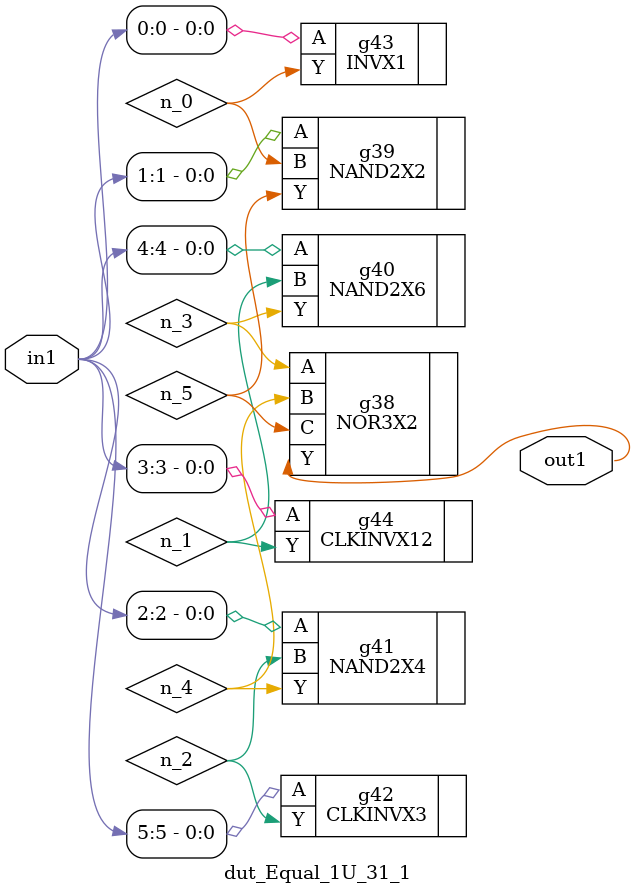
<source format=v>
`timescale 1ps / 1ps


module dut_Equal_1U_31_1(in1, out1);
  input [5:0] in1;
  output out1;
  wire [5:0] in1;
  wire out1;
  wire n_0, n_1, n_2, n_3, n_4, n_5;
  NOR3X2 g38(.A (n_3), .B (n_4), .C (n_5), .Y (out1));
  NAND2X2 g39(.A (in1[1]), .B (n_0), .Y (n_5));
  NAND2X4 g41(.A (in1[2]), .B (n_2), .Y (n_4));
  NAND2X6 g40(.A (in1[4]), .B (n_1), .Y (n_3));
  CLKINVX3 g42(.A (in1[5]), .Y (n_2));
  CLKINVX12 g44(.A (in1[3]), .Y (n_1));
  INVX1 g43(.A (in1[0]), .Y (n_0));
endmodule



</source>
